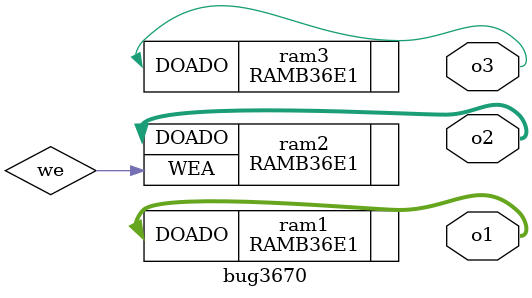
<source format=v>
module bug3670(output [31:0] o1, o2, output o3);
    // Completely missing port connections, where first affected port
    // (ADDRARDADDR) has a $setup delay
    RAMB36E1 ram1(.DOADO(o1));

    // Under-specified input port connections (WEA is 4 bits) which
    // has a $setup delay
    RAMB36E1 ram2(.WEA(we), .DOADO(o2));

    // Under-specified output port connections (DOADO is 32 bits)
    // with clk-to-q delay
    RAMB36E1 ram3(.DOADO(o3));
endmodule

</source>
